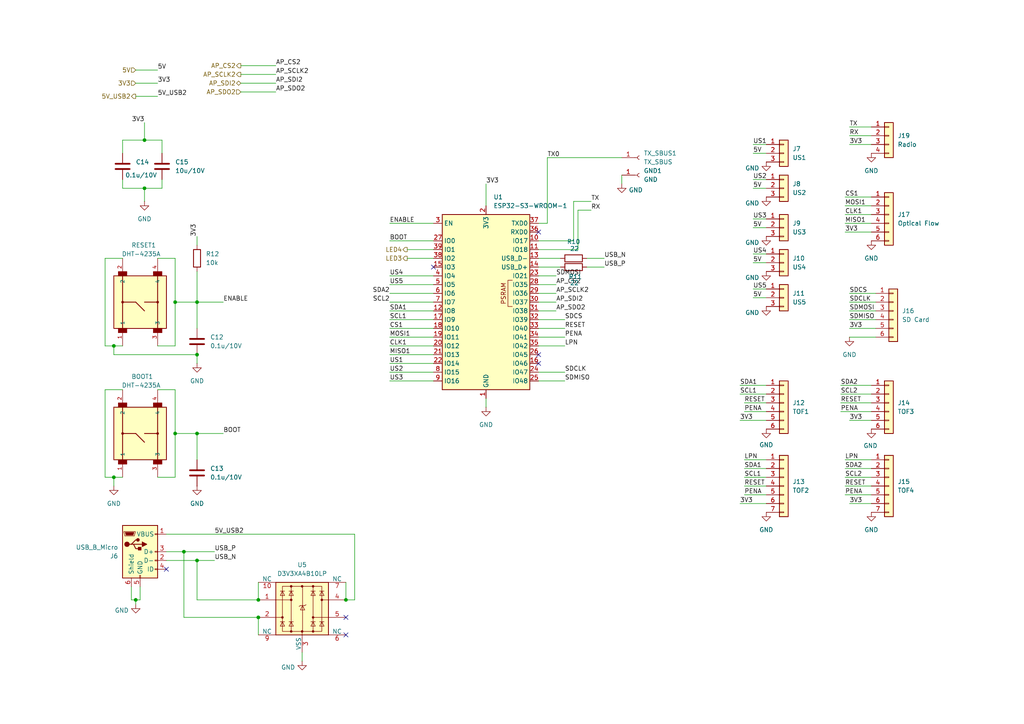
<source format=kicad_sch>
(kicad_sch (version 20250114) (generator "eeschema") (generator_version "9.0")
  (paper "A4")
  (lib_symbols
    (symbol "Connector:Conn_01x01_Socket" (pin_names (offset 1.016) (hide yes))
      (property "Reference" "J" (at 0 2.54 0))
      (property "Value" "Conn_01x01_Socket" (at 0 -2.54 0))
      (symbol "Conn_01x01_Socket_1_1"
        (polyline (pts (xy -1.27 0) (xy -0.508 0)) (stroke (width 0.1524)))
        (arc (start 0 -0.508) (mid -0.5058 0) (end 0 0.508) (stroke (width 0.1524)))
        (pin passive line (at -5.08 0 0) (length 3.81) (name "Pin_1") (number "1"))
      )
    )
    (symbol "Connector:USB_B_Micro" (pin_names (offset 1.016))
      (property "Reference" "J" (at -5.08 11.43 0))
      (property "Value" "USB_B_Micro" (at -5.08 8.89 0))
      (symbol "USB_B_Micro_0_1"
        (rectangle (start -5.08 -7.62) (end 5.08 7.62) (stroke (width 0.254)) (fill (type background)))
        (polyline (pts (xy -4.699 5.842) (xy -4.699 5.588) (xy -4.445 4.826) (xy -4.445 4.572) (xy -1.651 4.572) (xy -1.651 4.826) (xy -1.397 5.588) (xy -1.397 5.842) (xy -4.699 5.842)))
        (polyline (pts (xy -4.318 5.588) (xy -1.778 5.588) (xy -2.032 4.826) (xy -4.064 4.826) (xy -4.318 5.588)) (fill (type outline)))
        (circle (center -3.81 2.159) (radius 0.635) (stroke (width 0.254)) (fill (type outline)))
        (polyline (pts (xy -3.175 2.159) (xy -2.54 2.159) (xy -1.27 3.429) (xy -0.635 3.429)) (stroke (width 0.254)))
        (polyline (pts (xy -2.54 2.159) (xy -1.905 2.159) (xy -1.27 0.889) (xy 0 0.889)) (stroke (width 0.254)))
        (polyline (pts (xy -1.905 2.159) (xy 0.635 2.159)) (stroke (width 0.254)))
        (circle (center -0.635 3.429) (radius 0.381) (stroke (width 0.254)) (fill (type outline)))
        (rectangle (start -0.127 -7.62) (end 0.127 -6.858))
        (rectangle (start 0.254 1.27) (end -0.508 0.508) (stroke (width 0.254)) (fill (type outline)))
        (polyline (pts (xy 0.635 2.794) (xy 0.635 1.524) (xy 1.905 2.159) (xy 0.635 2.794)) (stroke (width 0.254)) (fill (type outline)))
        (rectangle (start 5.08 4.953) (end 4.318 5.207))
        (rectangle (start 5.08 -0.127) (end 4.318 0.127))
        (rectangle (start 5.08 -2.667) (end 4.318 -2.413))
        (rectangle (start 5.08 -5.207) (end 4.318 -4.953))
      )
      (symbol "USB_B_Micro_1_1"
        (pin passive line (at -2.54 -10.16 90) (length 2.54) (name "Shield") (number "6"))
        (pin power_out line (at 0 -10.16 90) (length 2.54) (name "GND") (number "5"))
        (pin power_out line (at 7.62 5.08 180) (length 2.54) (name "VBUS") (number "1"))
        (pin bidirectional line (at 7.62 0 180) (length 2.54) (name "D+") (number "3"))
        (pin bidirectional line (at 7.62 -2.54 180) (length 2.54) (name "D-") (number "2"))
        (pin passive line (at 7.62 -5.08 180) (length 2.54) (name "ID") (number "4"))
      )
    )
    (symbol "Connector_Generic:Conn_01x03" (pin_names (offset 1.016) (hide yes))
      (property "Reference" "J" (at 0 5.08 0))
      (property "Value" "Conn_01x03" (at 0 -5.08 0))
      (symbol "Conn_01x03_1_1"
        (rectangle (start -1.27 3.81) (end 1.27 -3.81) (stroke (width 0.254)) (fill (type background)))
        (rectangle (start -1.27 2.667) (end 0 2.413) (stroke (width 0.1524)))
        (rectangle (start -1.27 0.127) (end 0 -0.127) (stroke (width 0.1524)))
        (rectangle (start -1.27 -2.413) (end 0 -2.667) (stroke (width 0.1524)))
        (pin passive line (at -5.08 2.54 0) (length 3.81) (name "Pin_1") (number "1"))
        (pin passive line (at -5.08 0 0) (length 3.81) (name "Pin_2") (number "2"))
        (pin passive line (at -5.08 -2.54 0) (length 3.81) (name "Pin_3") (number "3"))
      )
    )
    (symbol "Connector_Generic:Conn_01x04" (pin_names (offset 1.016) (hide yes))
      (property "Reference" "J" (at 0 5.08 0))
      (property "Value" "Conn_01x04" (at 0 -7.62 0))
      (symbol "Conn_01x04_1_1"
        (rectangle (start -1.27 3.81) (end 1.27 -6.35) (stroke (width 0.254)) (fill (type background)))
        (rectangle (start -1.27 2.667) (end 0 2.413) (stroke (width 0.1524)))
        (rectangle (start -1.27 0.127) (end 0 -0.127) (stroke (width 0.1524)))
        (rectangle (start -1.27 -2.413) (end 0 -2.667) (stroke (width 0.1524)))
        (rectangle (start -1.27 -4.953) (end 0 -5.207) (stroke (width 0.1524)))
        (pin passive line (at -5.08 2.54 0) (length 3.81) (name "Pin_1") (number "1"))
        (pin passive line (at -5.08 0 0) (length 3.81) (name "Pin_2") (number "2"))
        (pin passive line (at -5.08 -2.54 0) (length 3.81) (name "Pin_3") (number "3"))
        (pin passive line (at -5.08 -5.08 0) (length 3.81) (name "Pin_4") (number "4"))
      )
    )
    (symbol "Connector_Generic:Conn_01x06" (pin_names (offset 1.016) (hide yes))
      (property "Reference" "J" (at 0 7.62 0))
      (property "Value" "Conn_01x06" (at 0 -10.16 0))
      (symbol "Conn_01x06_1_1"
        (rectangle (start -1.27 6.35) (end 1.27 -8.89) (stroke (width 0.254)) (fill (type background)))
        (rectangle (start -1.27 5.207) (end 0 4.953) (stroke (width 0.1524)))
        (rectangle (start -1.27 2.667) (end 0 2.413) (stroke (width 0.1524)))
        (rectangle (start -1.27 0.127) (end 0 -0.127) (stroke (width 0.1524)))
        (rectangle (start -1.27 -2.413) (end 0 -2.667) (stroke (width 0.1524)))
        (rectangle (start -1.27 -4.953) (end 0 -5.207) (stroke (width 0.1524)))
        (rectangle (start -1.27 -7.493) (end 0 -7.747) (stroke (width 0.1524)))
        (pin passive line (at -5.08 5.08 0) (length 3.81) (name "Pin_1") (number "1"))
        (pin passive line (at -5.08 2.54 0) (length 3.81) (name "Pin_2") (number "2"))
        (pin passive line (at -5.08 0 0) (length 3.81) (name "Pin_3") (number "3"))
        (pin passive line (at -5.08 -2.54 0) (length 3.81) (name "Pin_4") (number "4"))
        (pin passive line (at -5.08 -5.08 0) (length 3.81) (name "Pin_5") (number "5"))
        (pin passive line (at -5.08 -7.62 0) (length 3.81) (name "Pin_6") (number "6"))
      )
    )
    (symbol "Connector_Generic:Conn_01x07" (pin_names (offset 1.016) (hide yes))
      (property "Reference" "J" (at 0 10.16 0))
      (property "Value" "Conn_01x07" (at 0 -10.16 0))
      (symbol "Conn_01x07_1_1"
        (rectangle (start -1.27 8.89) (end 1.27 -8.89) (stroke (width 0.254)) (fill (type background)))
        (rectangle (start -1.27 7.747) (end 0 7.493) (stroke (width 0.1524)))
        (rectangle (start -1.27 5.207) (end 0 4.953) (stroke (width 0.1524)))
        (rectangle (start -1.27 2.667) (end 0 2.413) (stroke (width 0.1524)))
        (rectangle (start -1.27 0.127) (end 0 -0.127) (stroke (width 0.1524)))
        (rectangle (start -1.27 -2.413) (end 0 -2.667) (stroke (width 0.1524)))
        (rectangle (start -1.27 -4.953) (end 0 -5.207) (stroke (width 0.1524)))
        (rectangle (start -1.27 -7.493) (end 0 -7.747) (stroke (width 0.1524)))
        (pin passive line (at -5.08 7.62 0) (length 3.81) (name "Pin_1") (number "1"))
        (pin passive line (at -5.08 5.08 0) (length 3.81) (name "Pin_2") (number "2"))
        (pin passive line (at -5.08 2.54 0) (length 3.81) (name "Pin_3") (number "3"))
        (pin passive line (at -5.08 0 0) (length 3.81) (name "Pin_4") (number "4"))
        (pin passive line (at -5.08 -2.54 0) (length 3.81) (name "Pin_5") (number "5"))
        (pin passive line (at -5.08 -5.08 0) (length 3.81) (name "Pin_6") (number "6"))
        (pin passive line (at -5.08 -7.62 0) (length 3.81) (name "Pin_7") (number "7"))
      )
    )
    (symbol "Customs:DHT-4235A" (pin_names (offset 1.016))
      (property "Reference" "S" (at -7.6222 7.6222 0))
      (property "Value" "DHT-4235A" (at -4.572 -9.652 0))
      (symbol "DHT-4235A_0_0"
        (rectangle (start -8.9065 3.8171) (end -7.62 6.35) (stroke (width 0.1)) (fill (type outline)))
        (rectangle (start -8.9051 -6.3608) (end -7.62 -3.81) (stroke (width 0.1)) (fill (type outline)))
        (rectangle (start -7.62 -7.62) (end 7.62 7.62) (stroke (width 0.254)) (fill (type background)))
        (circle (center 0 5.08) (radius 0.254) (stroke (width 0.254)))
        (polyline (pts (xy 0 5.08) (xy -7.62 5.08)) (stroke (width 0.254)))
        (polyline (pts (xy 0 5.08) (xy 0 1.27)) (stroke (width 0.254)))
        (polyline (pts (xy 0 1.27) (xy -2.54 -1.27)) (stroke (width 0.254)))
        (polyline (pts (xy 0 -5.08) (xy -7.62 -5.08)) (stroke (width 0.254)))
        (polyline (pts (xy 0 -5.08) (xy 0 -1.27)) (stroke (width 0.254)))
        (circle (center 0 -5.08) (radius 0.254) (stroke (width 0.254)))
        (polyline (pts (xy 7.62 5.08) (xy 0 5.08)) (stroke (width 0.254)))
        (polyline (pts (xy 7.62 -5.08) (xy 0 -5.08)) (stroke (width 0.254)))
        (rectangle (start 7.6258 3.8129) (end 8.89 6.35) (stroke (width 0.1)) (fill (type outline)))
        (rectangle (start 7.6263 -6.3553) (end 8.89 -3.81) (stroke (width 0.1)) (fill (type outline)))
        (pin passive line (at -12.7 5.08 0) (length 5.08) (name "1") (number "1"))
        (pin passive line (at -12.7 -5.08 0) (length 5.08) (name "3") (number "3"))
        (pin passive line (at 12.7 5.08 180) (length 5.08) (name "2") (number "2"))
        (pin passive line (at 12.7 -5.08 180) (length 5.08) (name "4") (number "4"))
      )
    )
    (symbol "Device:C" (pin_numbers (hide yes)) (pin_names (offset 0.254))
      (property "Reference" "C" (at 0.635 2.54 0))
      (property "Value" "C" (at 0.635 -2.54 0))
      (symbol "C_0_1"
        (polyline (pts (xy -2.032 0.762) (xy 2.032 0.762)) (stroke (width 0.508)))
        (polyline (pts (xy -2.032 -0.762) (xy 2.032 -0.762)) (stroke (width 0.508)))
      )
      (symbol "C_1_1"
        (pin passive line (at 0 3.81 270) (length 2.794) (name "~") (number "1"))
        (pin passive line (at 0 -3.81 90) (length 2.794) (name "~") (number "2"))
      )
    )
    (symbol "Device:R" (pin_numbers (hide yes)) (pin_names (offset 0))
      (property "Reference" "R" (at 2.032 0 90))
      (property "Value" "R" (at 0 0 90))
      (symbol "R_0_1"
        (rectangle (start -1.016 -2.54) (end 1.016 2.54) (stroke (width 0.254)))
      )
      (symbol "R_1_1"
        (pin passive line (at 0 3.81 270) (length 1.27) (name "~") (number "1"))
        (pin passive line (at 0 -3.81 90) (length 1.27) (name "~") (number "2"))
      )
    )
    (symbol "Power_Protection:D3V3XA4B10LP" (pin_names (offset 0))
      (property "Reference" "U" (at -0.635 8.89 0))
      (property "Value" "D3V3XA4B10LP" (at 8.89 -10.16 0))
      (symbol "D3V3XA4B10LP_0_0"
        (rectangle (start -5.715 6.477) (end 5.715 -6.604))
        (polyline (pts (xy -3.175 -6.604) (xy -3.175 6.477)))
        (polyline (pts (xy 0.127 6.477) (xy 0.127 -6.604)))
        (polyline (pts (xy 3.175 6.477) (xy 3.175 -6.604)))
      )
      (symbol "D3V3XA4B10LP_0_1"
        (polyline (pts (xy -7.747 2.54) (xy -3.175 2.54)))
        (rectangle (start -7.62 7.62) (end 7.62 -7.62) (stroke (width 0.254)) (fill (type background)))
        (polyline (pts (xy -7.62 -2.54) (xy -5.715 -2.54)))
        (circle (center -5.715 -2.54) (radius 0.2794) (fill (type outline)))
        (polyline (pts (xy -5.08 5.08) (xy -6.35 5.08)))
        (polyline (pts (xy -5.08 3.81) (xy -6.35 3.81) (xy -5.715 5.08) (xy -5.08 3.81)))
        (polyline (pts (xy -5.08 -3.81) (xy -6.35 -3.81)))
        (polyline (pts (xy -5.08 -5.08) (xy -6.35 -5.08) (xy -5.715 -3.81) (xy -5.08 -5.08)))
        (circle (center -3.175 6.477) (radius 0.2794) (fill (type outline)))
        (circle (center -3.175 2.54) (radius 0.2794) (fill (type outline)))
        (circle (center -3.175 -6.604) (radius 0.2794) (fill (type outline)))
        (polyline (pts (xy -2.54 5.08) (xy -3.81 5.08)))
        (polyline (pts (xy -2.54 3.81) (xy -3.81 3.81) (xy -3.175 5.08) (xy -2.54 3.81)))
        (polyline (pts (xy -2.54 -3.81) (xy -3.81 -3.81)))
        (polyline (pts (xy -2.54 -5.08) (xy -3.81 -5.08) (xy -3.175 -3.81) (xy -2.54 -5.08)))
        (polyline (pts (xy -0.508 0.889) (xy -0.889 0.635)))
        (circle (center 0 6.477) (radius 0.2794) (fill (type outline)))
        (polyline (pts (xy 0 -6.604) (xy 0 -7.62)))
        (circle (center 0 -6.604) (radius 0.2794) (fill (type outline)))
        (polyline (pts (xy 0.762 0.889) (xy -0.508 0.889)))
        (polyline (pts (xy 0.762 0.889) (xy 1.143 1.143)))
        (polyline (pts (xy 0.762 -0.381) (xy -0.508 -0.381) (xy 0.127 0.889) (xy 0.762 -0.381)))
        (circle (center 3.175 6.477) (radius 0.2794) (fill (type outline)))
        (circle (center 3.175 -2.54) (radius 0.2794) (fill (type outline)))
        (circle (center 3.175 -6.604) (radius 0.2794) (fill (type outline)))
        (polyline (pts (xy 3.81 5.08) (xy 2.54 5.08)))
        (polyline (pts (xy 3.81 3.81) (xy 2.54 3.81) (xy 3.175 5.08) (xy 3.81 3.81)))
        (polyline (pts (xy 3.81 -3.81) (xy 2.54 -3.81)))
        (polyline (pts (xy 3.81 -5.08) (xy 2.54 -5.08) (xy 3.175 -3.81) (xy 3.81 -5.08)))
        (circle (center 5.715 2.54) (radius 0.2794) (fill (type outline)))
        (polyline (pts (xy 6.35 5.08) (xy 5.08 5.08)))
        (polyline (pts (xy 6.35 3.81) (xy 5.08 3.81) (xy 5.715 5.08) (xy 6.35 3.81)))
        (polyline (pts (xy 6.35 -3.81) (xy 5.08 -3.81)))
        (polyline (pts (xy 6.35 -5.08) (xy 5.08 -5.08) (xy 5.715 -3.81) (xy 6.35 -5.08)))
        (polyline (pts (xy 7.62 2.54) (xy 5.715 2.54)))
        (polyline (pts (xy 7.62 -2.54) (xy 3.175 -2.54)))
      )
      (symbol "D3V3XA4B10LP_1_1"
        (pin free line (at -12.7 7.62 0) (length 5.08) (name "NC") (number "10"))
        (pin passive line (at -12.7 2.54 0) (length 5.08) (name "~") (number "1"))
        (pin passive line (at -12.7 -2.54 0) (length 5.08) (name "~") (number "2"))
        (pin free line (at -12.7 -7.62 0) (length 5.08) (name "NC") (number "9"))
        (pin power_in line (at 0 -12.7 90) (length 5.08) (name "VSS") (number "3"))
        (pin passive line (at 0 -12.7 90) (length 5.08) (hide yes) (name "VSS") (number "8"))
        (pin free line (at 12.7 7.62 180) (length 5.08) (name "NC") (number "7"))
        (pin passive line (at 12.7 2.54 180) (length 5.08) (name "~") (number "4"))
        (pin passive line (at 12.7 -2.54 180) (length 5.08) (name "~") (number "5"))
        (pin free line (at 12.7 -7.62 180) (length 5.08) (name "NC") (number "6"))
      )
    )
    (symbol "RF_Module:ESP32-S3-WROOM-1"
      (property "Reference" "U" (at -12.7 26.67 0))
      (property "Value" "ESP32-S3-WROOM-1" (at 12.7 26.67 0))
      (symbol "ESP32-S3-WROOM-1_0_0"
        (rectangle (start -12.7 25.4) (end 12.7 -25.4) (stroke (width 0.254)) (fill (type background)))
        (text "PSRAM" (at 5.08 2.54 900) (effects (font (size 1.27 1.27))))
      )
      (symbol "ESP32-S3-WROOM-1_0_1"
        (polyline (pts (xy 7.62 -1.27) (xy 6.35 -1.27) (xy 6.35 6.35) (xy 7.62 6.35)))
      )
      (symbol "ESP32-S3-WROOM-1_1_1"
        (pin input line (at -15.24 22.86 0) (length 2.54) (name "EN") (number "3"))
        (pin bidirectional line (at -15.24 17.78 0) (length 2.54) (name "IO0") (number "27"))
        (pin bidirectional line (at -15.24 15.24 0) (length 2.54) (name "IO1") (number "39"))
        (pin bidirectional line (at -15.24 12.7 0) (length 2.54) (name "IO2") (number "38"))
        (pin bidirectional line (at -15.24 10.16 0) (length 2.54) (name "IO3") (number "15"))
        (pin bidirectional line (at -15.24 7.62 0) (length 2.54) (name "IO4") (number "4"))
        (pin bidirectional line (at -15.24 5.08 0) (length 2.54) (name "IO5") (number "5"))
        (pin bidirectional line (at -15.24 2.54 0) (length 2.54) (name "IO6") (number "6"))
        (pin bidirectional line (at -15.24 0 0) (length 2.54) (name "IO7") (number "7"))
        (pin bidirectional line (at -15.24 -2.54 0) (length 2.54) (name "IO8") (number "12"))
        (pin bidirectional line (at -15.24 -5.08 0) (length 2.54) (name "IO9") (number "17"))
        (pin bidirectional line (at -15.24 -7.62 0) (length 2.54) (name "IO10") (number "18"))
        (pin bidirectional line (at -15.24 -10.16 0) (length 2.54) (name "IO11") (number "19"))
        (pin bidirectional line (at -15.24 -12.7 0) (length 2.54) (name "IO12") (number "20"))
        (pin bidirectional line (at -15.24 -15.24 0) (length 2.54) (name "IO13") (number "21"))
        (pin bidirectional line (at -15.24 -17.78 0) (length 2.54) (name "IO14") (number "22"))
        (pin bidirectional line (at -15.24 -20.32 0) (length 2.54) (name "IO15") (number "8"))
        (pin bidirectional line (at -15.24 -22.86 0) (length 2.54) (name "IO16") (number "9"))
        (pin power_in line (at 0 27.94 270) (length 2.54) (name "3V3") (number "2"))
        (pin power_in line (at 0 -27.94 90) (length 2.54) (name "GND") (number "1"))
        (pin passive line (at 0 -27.94 90) (length 2.54) (hide yes) (name "GND") (number "40"))
        (pin passive line (at 0 -27.94 90) (length 2.54) (hide yes) (name "GND") (number "41"))
        (pin bidirectional line (at 15.24 22.86 180) (length 2.54) (name "TXD0") (number "37"))
        (pin bidirectional line (at 15.24 20.32 180) (length 2.54) (name "RXD0") (number "36"))
        (pin bidirectional line (at 15.24 17.78 180) (length 2.54) (name "IO17") (number "10"))
        (pin bidirectional line (at 15.24 15.24 180) (length 2.54) (name "IO18") (number "11"))
        (pin bidirectional line (at 15.24 12.7 180) (length 2.54) (name "USB_D-") (number "13"))
        (pin bidirectional line (at 15.24 10.16 180) (length 2.54) (name "USB_D+") (number "14"))
        (pin bidirectional line (at 15.24 7.62 180) (length 2.54) (name "IO21") (number "23"))
        (pin bidirectional line (at 15.24 5.08 180) (length 2.54) (name "IO35") (number "28"))
        (pin bidirectional line (at 15.24 2.54 180) (length 2.54) (name "IO36") (number "29"))
        (pin bidirectional line (at 15.24 0 180) (length 2.54) (name "IO37") (number "30"))
        (pin bidirectional line (at 15.24 -2.54 180) (length 2.54) (name "IO38") (number "31"))
        (pin bidirectional line (at 15.24 -5.08 180) (length 2.54) (name "IO39") (number "32"))
        (pin bidirectional line (at 15.24 -7.62 180) (length 2.54) (name "IO40") (number "33"))
        (pin bidirectional line (at 15.24 -10.16 180) (length 2.54) (name "IO41") (number "34"))
        (pin bidirectional line (at 15.24 -12.7 180) (length 2.54) (name "IO42") (number "35"))
        (pin bidirectional line (at 15.24 -15.24 180) (length 2.54) (name "IO45") (number "26"))
        (pin bidirectional line (at 15.24 -17.78 180) (length 2.54) (name "IO46") (number "16"))
        (pin bidirectional line (at 15.24 -20.32 180) (length 2.54) (name "IO47") (number "24"))
        (pin bidirectional line (at 15.24 -22.86 180) (length 2.54) (name "IO48") (number "25"))
      )
    )
    (symbol "power:GND" (power) (pin_numbers (hide yes)) (pin_names (offset 0) (hide yes))
      (property "Value" "GND" (at 0 -3.81 0))
      (symbol "GND_0_1"
        (polyline (pts (xy 0 0) (xy 0 -1.27) (xy 1.27 -1.27) (xy 0 -2.54) (xy -1.27 -1.27) (xy 0 -1.27)))
      )
      (symbol "GND_1_1"
        (pin power_in line (at 0 0 270) (length 0) (name "~") (number "1"))
      )
    )
  )
  (junction (at 57.15 125.73))
  (junction (at 50.8 125.73))
  (junction (at 33.02 138.43))
  (junction (at 74.93 179.07))
  (junction (at 53.34 160.02))
  (junction (at 57.15 162.56))
  (junction (at 100.33 173.99))
  (junction (at 57.15 87.63))
  (junction (at 39.37 173.99))
  (junction (at 50.8 87.63))
  (junction (at 74.93 173.99))
  (junction (at 33.02 100.33))
  (junction (at 57.15 102.87))
  (junction (at 41.91 54.61))
  (junction (at 41.91 40.64))
  (no_connect (at 100.33 184.15))
  (no_connect (at 100.33 179.07))
  (no_connect (at 156.21 102.87))
  (no_connect (at 48.26 165.1))
  (no_connect (at 125.73 77.47))
  (no_connect (at 156.21 67.31))
  (no_connect (at 156.21 105.41))
  (wire (pts (xy 74.93 179.07) (xy 74.93 184.15)))
  (wire (pts (xy 45.72 74.93) (xy 50.8 74.93)))
  (wire (pts (xy 170.18 77.47) (xy 175.26 77.47)))
  (wire (pts (xy 246.38 90.17) (xy 254 90.17)))
  (wire (pts (xy 53.34 179.07) (xy 74.93 179.07)))
  (wire (pts (xy 158.75 45.72) (xy 180.34 45.72)))
  (wire (pts (xy 246.38 92.71) (xy 254 92.71)))
  (wire (pts (xy 166.37 69.85) (xy 166.37 58.42)))
  (wire (pts (xy 48.26 160.02) (xy 53.34 160.02)))
  (wire (pts (xy 57.15 68.58) (xy 57.15 71.12)))
  (wire (pts (xy 243.84 111.76) (xy 252.73 111.76)))
  (wire (pts (xy 50.8 87.63) (xy 57.15 87.63)))
  (wire (pts (xy 245.11 59.69) (xy 252.73 59.69)))
  (wire (pts (xy 156.21 107.95) (xy 163.83 107.95)))
  (wire (pts (xy 214.63 111.76) (xy 222.25 111.76)))
  (wire (pts (xy 113.03 80.01) (xy 125.73 80.01)))
  (wire (pts (xy 245.11 62.23) (xy 252.73 62.23)))
  (wire (pts (xy 158.75 45.72) (xy 158.75 64.77)))
  (wire (pts (xy 170.18 74.93) (xy 175.26 74.93)))
  (wire (pts (xy 69.85 19.05) (xy 80.01 19.05)))
  (wire (pts (xy 167.64 60.96) (xy 171.45 60.96)))
  (wire (pts (xy 39.37 24.13) (xy 45.72 24.13)))
  (wire (pts (xy 39.37 173.99) (xy 39.37 175.26)))
  (wire (pts (xy 218.44 76.2) (xy 222.25 76.2)))
  (wire (pts (xy 140.97 118.11) (xy 140.97 115.57)))
  (wire (pts (xy 45.72 113.03) (xy 50.8 113.03)))
  (wire (pts (xy 245.11 140.97) (xy 252.73 140.97)))
  (wire (pts (xy 158.75 64.77) (xy 156.21 64.77)))
  (wire (pts (xy 69.85 21.59) (xy 80.01 21.59)))
  (wire (pts (xy 30.48 113.03) (xy 30.48 138.43)))
  (wire (pts (xy 156.21 97.79) (xy 163.83 97.79)))
  (wire (pts (xy 46.99 44.45) (xy 46.99 40.64)))
  (wire (pts (xy 41.91 54.61) (xy 41.91 58.42)))
  (wire (pts (xy 156.21 95.25) (xy 163.83 95.25)))
  (wire (pts (xy 30.48 138.43) (xy 33.02 138.43)))
  (wire (pts (xy 243.84 119.38) (xy 252.73 119.38)))
  (wire (pts (xy 33.02 100.33) (xy 35.56 100.33)))
  (wire (pts (xy 245.11 143.51) (xy 252.73 143.51)))
  (wire (pts (xy 57.15 87.63) (xy 57.15 95.25)))
  (wire (pts (xy 218.44 66.04) (xy 222.25 66.04)))
  (wire (pts (xy 113.03 110.49) (xy 125.73 110.49)))
  (wire (pts (xy 41.91 35.56) (xy 41.91 40.64)))
  (wire (pts (xy 57.15 125.73) (xy 57.15 133.35)))
  (wire (pts (xy 57.15 102.87) (xy 57.15 105.41)))
  (wire (pts (xy 156.21 85.09) (xy 161.29 85.09)))
  (wire (pts (xy 113.03 82.55) (xy 125.73 82.55)))
  (wire (pts (xy 69.85 24.13) (xy 80.01 24.13)))
  (wire (pts (xy 215.9 143.51) (xy 222.25 143.51)))
  (wire (pts (xy 33.02 138.43) (xy 35.56 138.43)))
  (wire (pts (xy 156.21 77.47) (xy 162.56 77.47)))
  (wire (pts (xy 246.38 41.91) (xy 252.73 41.91)))
  (wire (pts (xy 246.38 36.83) (xy 252.73 36.83)))
  (wire (pts (xy 243.84 116.84) (xy 252.73 116.84)))
  (wire (pts (xy 57.15 162.56) (xy 62.23 162.56)))
  (wire (pts (xy 102.87 154.94) (xy 102.87 173.99)))
  (wire (pts (xy 50.8 125.73) (xy 50.8 138.43)))
  (wire (pts (xy 218.44 54.61) (xy 222.25 54.61)))
  (wire (pts (xy 46.99 54.61) (xy 46.99 52.07)))
  (wire (pts (xy 39.37 20.32) (xy 45.72 20.32)))
  (wire (pts (xy 39.37 27.94) (xy 45.72 27.94)))
  (wire (pts (xy 214.63 146.05) (xy 222.25 146.05)))
  (wire (pts (xy 87.63 189.23) (xy 87.63 191.77)))
  (wire (pts (xy 215.9 119.38) (xy 222.25 119.38)))
  (wire (pts (xy 245.11 67.31) (xy 252.73 67.31)))
  (wire (pts (xy 48.26 162.56) (xy 57.15 162.56)))
  (wire (pts (xy 156.21 100.33) (xy 163.83 100.33)))
  (wire (pts (xy 218.44 63.5) (xy 222.25 63.5)))
  (wire (pts (xy 218.44 44.45) (xy 222.25 44.45)))
  (wire (pts (xy 246.38 146.05) (xy 252.73 146.05)))
  (wire (pts (xy 246.38 39.37) (xy 252.73 39.37)))
  (wire (pts (xy 48.26 154.94) (xy 102.87 154.94)))
  (wire (pts (xy 113.03 69.85) (xy 125.73 69.85)))
  (wire (pts (xy 118.11 74.93) (xy 125.73 74.93)))
  (wire (pts (xy 215.9 135.89) (xy 222.25 135.89)))
  (wire (pts (xy 118.11 72.39) (xy 125.73 72.39)))
  (wire (pts (xy 35.56 74.93) (xy 30.48 74.93)))
  (wire (pts (xy 35.56 52.07) (xy 35.56 54.61)))
  (wire (pts (xy 156.21 87.63) (xy 161.29 87.63)))
  (wire (pts (xy 100.33 168.91) (xy 100.33 173.99)))
  (wire (pts (xy 218.44 73.66) (xy 222.25 73.66)))
  (wire (pts (xy 246.38 95.25) (xy 254 95.25)))
  (wire (pts (xy 40.64 170.18) (xy 40.64 173.99)))
  (wire (pts (xy 113.03 90.17) (xy 125.73 90.17)))
  (wire (pts (xy 180.34 50.8) (xy 180.34 53.34)))
  (wire (pts (xy 156.21 92.71) (xy 163.83 92.71)))
  (wire (pts (xy 30.48 74.93) (xy 30.48 100.33)))
  (wire (pts (xy 113.03 100.33) (xy 125.73 100.33)))
  (wire (pts (xy 218.44 86.36) (xy 222.25 86.36)))
  (wire (pts (xy 243.84 114.3) (xy 252.73 114.3)))
  (wire (pts (xy 74.93 168.91) (xy 74.93 173.99)))
  (wire (pts (xy 41.91 40.64) (xy 46.99 40.64)))
  (wire (pts (xy 53.34 160.02) (xy 62.23 160.02)))
  (wire (pts (xy 113.03 102.87) (xy 125.73 102.87)))
  (wire (pts (xy 156.21 82.55) (xy 161.29 82.55)))
  (wire (pts (xy 245.11 138.43) (xy 252.73 138.43)))
  (wire (pts (xy 245.11 133.35) (xy 252.73 133.35)))
  (wire (pts (xy 113.03 64.77) (xy 125.73 64.77)))
  (wire (pts (xy 113.03 107.95) (xy 125.73 107.95)))
  (wire (pts (xy 166.37 58.42) (xy 171.45 58.42)))
  (wire (pts (xy 39.37 173.99) (xy 40.64 173.99)))
  (wire (pts (xy 35.56 54.61) (xy 41.91 54.61)))
  (wire (pts (xy 102.87 173.99) (xy 100.33 173.99)))
  (wire (pts (xy 156.21 74.93) (xy 162.56 74.93)))
  (wire (pts (xy 246.38 97.79) (xy 254 97.79)))
  (wire (pts (xy 30.48 100.33) (xy 33.02 100.33)))
  (wire (pts (xy 45.72 138.43) (xy 50.8 138.43)))
  (wire (pts (xy 35.56 40.64) (xy 41.91 40.64)))
  (wire (pts (xy 50.8 113.03) (xy 50.8 125.73)))
  (wire (pts (xy 214.63 114.3) (xy 222.25 114.3)))
  (wire (pts (xy 57.15 87.63) (xy 64.77 87.63)))
  (wire (pts (xy 140.97 53.34) (xy 140.97 59.69)))
  (wire (pts (xy 167.64 72.39) (xy 167.64 60.96)))
  (wire (pts (xy 156.21 69.85) (xy 166.37 69.85)))
  (wire (pts (xy 35.56 40.64) (xy 35.56 44.45)))
  (wire (pts (xy 156.21 90.17) (xy 161.29 90.17)))
  (wire (pts (xy 246.38 87.63) (xy 254 87.63)))
  (wire (pts (xy 57.15 125.73) (xy 64.77 125.73)))
  (wire (pts (xy 35.56 113.03) (xy 30.48 113.03)))
  (wire (pts (xy 246.38 85.09) (xy 254 85.09)))
  (wire (pts (xy 156.21 110.49) (xy 163.83 110.49)))
  (wire (pts (xy 156.21 80.01) (xy 161.29 80.01)))
  (wire (pts (xy 245.11 135.89) (xy 252.73 135.89)))
  (wire (pts (xy 57.15 78.74) (xy 57.15 87.63)))
  (wire (pts (xy 215.9 138.43) (xy 222.25 138.43)))
  (wire (pts (xy 214.63 121.92) (xy 222.25 121.92)))
  (wire (pts (xy 113.03 85.09) (xy 125.73 85.09)))
  (wire (pts (xy 53.34 160.02) (xy 53.34 179.07)))
  (wire (pts (xy 215.9 116.84) (xy 222.25 116.84)))
  (wire (pts (xy 50.8 125.73) (xy 57.15 125.73)))
  (wire (pts (xy 41.91 54.61) (xy 46.99 54.61)))
  (wire (pts (xy 218.44 52.07) (xy 222.25 52.07)))
  (wire (pts (xy 74.93 173.99) (xy 57.15 173.99)))
  (wire (pts (xy 33.02 138.43) (xy 33.02 140.97)))
  (wire (pts (xy 215.9 133.35) (xy 222.25 133.35)))
  (wire (pts (xy 38.1 170.18) (xy 38.1 173.99)))
  (wire (pts (xy 245.11 57.15) (xy 252.73 57.15)))
  (wire (pts (xy 215.9 140.97) (xy 222.25 140.97)))
  (wire (pts (xy 113.03 95.25) (xy 125.73 95.25)))
  (wire (pts (xy 113.03 97.79) (xy 125.73 97.79)))
  (wire (pts (xy 33.02 102.87) (xy 57.15 102.87)))
  (wire (pts (xy 246.38 121.92) (xy 252.73 121.92)))
  (wire (pts (xy 69.85 26.67) (xy 80.01 26.67)))
  (wire (pts (xy 45.72 100.33) (xy 50.8 100.33)))
  (wire (pts (xy 50.8 74.93) (xy 50.8 87.63)))
  (wire (pts (xy 113.03 92.71) (xy 125.73 92.71)))
  (wire (pts (xy 33.02 100.33) (xy 33.02 102.87)))
  (wire (pts (xy 113.03 87.63) (xy 125.73 87.63)))
  (wire (pts (xy 218.44 83.82) (xy 222.25 83.82)))
  (wire (pts (xy 245.11 64.77) (xy 252.73 64.77)))
  (wire (pts (xy 218.44 41.91) (xy 222.25 41.91)))
  (wire (pts (xy 57.15 173.99) (xy 57.15 162.56)))
  (wire (pts (xy 113.03 105.41) (xy 125.73 105.41)))
  (wire (pts (xy 38.1 173.99) (xy 39.37 173.99)))
  (wire (pts (xy 156.21 72.39) (xy 167.64 72.39)))
  (wire (pts (xy 50.8 87.63) (xy 50.8 100.33)))
  (label "AP_CS2" (at 80.01 19.05 0))
  (label "AP_SCLK2" (at 80.01 21.59 0))
  (label "AP_SDI2" (at 80.01 24.13 0))
  (label "AP_SDO2" (at 80.01 26.67 0))
  (label "3V3" (at 246.38 121.92 0))
  (label "3V3" (at 214.63 121.92 0))
  (label "US1" (at 218.44 41.91 0))
  (label "5V" (at 218.44 66.04 0))
  (label "3V3" (at 45.72 24.13 0))
  (label "BOOT" (at 113.03 69.85 0))
  (label "SDCLK" (at 163.83 107.95 0))
  (label "MOSI1" (at 113.03 97.79 0))
  (label "MISO1" (at 113.03 102.87 0))
  (label "CLK1" (at 113.03 100.33 0))
  (label "CS1" (at 113.03 95.25 0))
  (label "SDA2" (at 113.03 85.09 180))
  (label "US5" (at 218.44 83.82 0))
  (label "SDCS" (at 163.83 92.71 0))
  (label "5V" (at 218.44 76.2 0))
  (label "5V" (at 218.44 44.45 0))
  (label "SDMISO" (at 163.83 110.49 0))
  (label "SDA1" (at 113.03 90.17 0))
  (label "US3" (at 113.03 110.49 0))
  (label "ENABLE" (at 64.77 87.63 0))
  (label "SCL1" (at 214.63 114.3 0))
  (label "AP_SDI2" (at 161.29 87.63 0))
  (label "US5" (at 113.03 82.55 0))
  (label "AP_CS2" (at 161.29 82.55 0))
  (label "3V3" (at 246.38 95.25 0))
  (label "SCL2" (at 243.84 114.3 0))
  (label "USB_N" (at 62.23 162.56 0))
  (label "SDCS" (at 246.38 85.09 0))
  (label "3V3" (at 57.15 68.58 90))
  (label "USB_P" (at 62.23 160.02 0))
  (label "BOOT" (at 64.77 125.73 0))
  (label "SDCLK" (at 246.38 87.63 0))
  (label "3V3" (at 41.91 35.56 180))
  (label "3V3" (at 245.11 67.31 0))
  (label "RESET" (at 245.11 140.97 0))
  (label "RESET" (at 243.84 116.84 0))
  (label "RESET" (at 215.9 116.84 0))
  (label "RESET" (at 215.9 140.97 0))
  (label "AP_SDO2" (at 161.29 90.17 0))
  (label "MISO1" (at 245.11 64.77 0))
  (label "5V" (at 45.72 20.32 0))
  (label "SDMOSI" (at 161.29 80.01 0))
  (label "TX" (at 171.45 58.42 0))
  (label "SDA2" (at 245.11 135.89 0))
  (label "US3" (at 218.44 63.5 0))
  (label "USB_N" (at 175.26 74.93 0))
  (label "SDA1" (at 214.63 111.76 0))
  (label "3V3" (at 246.38 41.91 0))
  (label "TX" (at 246.38 36.83 0))
  (label "RX" (at 246.38 39.37 0))
  (label "US4" (at 218.44 73.66 0))
  (label "3V3" (at 140.97 53.34 0))
  (label "SDA1" (at 215.9 135.89 0))
  (label "AP_SCLK2" (at 161.29 85.09 0))
  (label "TX0" (at 158.75 45.72 0))
  (label "SCL1" (at 215.9 138.43 0))
  (label "5V" (at 218.44 54.61 0))
  (label "SCL2" (at 113.03 87.63 180))
  (label "LPN" (at 163.83 100.33 0))
  (label "CLK1" (at 245.11 62.23 0))
  (label "US1" (at 113.03 105.41 0))
  (label "US4" (at 113.03 80.01 0))
  (label "5V" (at 218.44 86.36 0))
  (label "US2" (at 113.03 107.95 0))
  (label "SDA2" (at 243.84 111.76 0))
  (label "3V3" (at 246.38 146.05 0))
  (label "SDMISO" (at 246.38 92.71 0))
  (label "3V3" (at 214.63 146.05 0))
  (label "SCL2" (at 245.11 138.43 0))
  (label "RESET" (at 163.83 95.25 0))
  (label "5V_USB2" (at 62.23 154.94 0))
  (label "SCL1" (at 113.03 92.71 0))
  (label "LPN" (at 245.11 133.35 0))
  (label "LPN" (at 215.9 133.35 0))
  (label "PENA" (at 163.83 97.79 0))
  (label "US2" (at 218.44 52.07 0))
  (label "ENABLE" (at 113.03 64.77 0))
  (label "CS1" (at 245.11 57.15 0))
  (label "5V_USB2" (at 45.72 27.94 0))
  (label "RX" (at 171.45 60.96 0))
  (label "PENA" (at 245.11 143.51 0))
  (label "PENA" (at 243.84 119.38 0))
  (label "PENA" (at 215.9 119.38 0))
  (label "PENA" (at 215.9 143.51 0))
  (label "SDMOSI" (at 246.38 90.17 0))
  (label "USB_P" (at 175.26 77.47 0))
  (label "MOSI1" (at 245.11 59.69 0))
  (hierarchical_label "AP_SDO2" (shape input) (at 69.85 26.67 180))
  (hierarchical_label "5V" (shape input) (at 39.37 20.32 180))
  (hierarchical_label "AP_SDI2" (shape bidirectional) (at 69.85 24.13 180))
  (hierarchical_label "3V3" (shape input) (at 39.37 24.13 180))
  (hierarchical_label "5V_USB2" (shape output) (at 39.37 27.94 180))
  (hierarchical_label "LED4" (shape output) (at 118.11 72.39 180))
  (hierarchical_label "LED3" (shape output) (at 118.11 74.93 180))
  (hierarchical_label "AP_SCLK2" (shape output) (at 69.85 21.59 180))
  (hierarchical_label "AP_CS2" (shape output) (at 69.85 19.05 180))
  (symbol (lib_id "power:GND") (at 222.25 57.15 0) (unit 1)
    (property "Reference" "#PWR024" (effects (hide yes)))
    (property "Value" "GND" (at 218.186 58.928 0))
    (property "Description" "Power symbol creates a global label with name \"GND\" , ground" (effects (hide yes)))
  )
  (symbol (lib_id "Connector_Generic:Conn_01x04") (at 257.81 39.37 0) (unit 1)
    (property "Reference" "J19" (at 260.35 39.3699 0) (effects (justify left)))
    (property "Value" "Radio" (at 260.35 41.9099 0) (effects (justify left)))
    (property "Footprint" "Connector_PinHeader_1.27mm:PinHeader_1x04_P1.27mm_Vertical" (effects (hide yes)))
    (property "Description" "Generic connector, single row, 01x04, script generated (kicad-library-utils/schlib/autogen/connector/)" (effects (hide yes)))
  )
  (symbol (lib_id "Connector_Generic:Conn_01x06") (at 227.33 116.84 0) (unit 1)
    (property "Reference" "J12" (at 229.87 116.8399 0) (effects (justify left)))
    (property "Value" "TOF1" (at 229.87 119.3799 0) (effects (justify left)))
    (property "Footprint" "Connector_PinHeader_1.27mm:PinHeader_1x06_P1.27mm_Vertical" (effects (hide yes)))
    (property "Description" "Generic connector, single row, 01x06, script generated (kicad-library-utils/schlib/autogen/connector/)" (effects (hide yes)))
  )
  (symbol (lib_id "Connector_Generic:Conn_01x06") (at 259.08 90.17 0) (unit 1)
    (property "Reference" "J16" (at 261.62 90.1699 0) (effects (justify left)))
    (property "Value" "SD Card" (at 261.62 92.7099 0) (effects (justify left)))
    (property "Footprint" "Connector_PinHeader_1.27mm:PinHeader_1x06_P1.27mm_Vertical" (effects (hide yes)))
    (property "Description" "Generic connector, single row, 01x06, script generated (kicad-library-utils/schlib/autogen/connector/)" (effects (hide yes)))
  )
  (symbol (lib_id "power:GND") (at 252.73 124.46 0) (unit 1)
    (property "Reference" "#PWR029" (effects (hide yes)))
    (property "Value" "GND" (at 252.476 129.286 0))
    (property "Description" "Power symbol creates a global label with name \"GND\" , ground" (effects (hide yes)))
  )
  (symbol (lib_id "power:GND") (at 39.37 175.26 0) (unit 1)
    (property "Reference" "#PWR015" (effects (hide yes)))
    (property "Value" "GND" (at 35.306 177.038 0))
    (property "Description" "Power symbol creates a global label with name \"GND\" , ground" (effects (hide yes)))
  )
  (symbol (lib_id "power:GND") (at 252.73 69.85 0) (unit 1)
    (property "Reference" "#PWR032" (effects (hide yes)))
    (property "Value" "GND" (at 252.73 74.93 0))
    (property "Description" "Power symbol creates a global label with name \"GND\" , ground" (effects (hide yes)))
  )
  (symbol (lib_id "power:GND") (at 222.25 148.59 0) (unit 1)
    (property "Reference" "#PWR030" (effects (hide yes)))
    (property "Value" "GND" (at 222.25 153.67 0))
    (property "Description" "Power symbol creates a global label with name \"GND\" , ground" (effects (hide yes)))
  )
  (symbol (lib_id "Connector_Generic:Conn_01x03") (at 227.33 54.61 0) (unit 1)
    (property "Reference" "J8" (at 229.87 53.3399 0) (effects (justify left)))
    (property "Value" "US2" (at 229.87 55.8799 0) (effects (justify left)))
    (property "Footprint" "Connector_PinHeader_1.27mm:PinHeader_1x03_P1.27mm_Vertical" (effects (hide yes)))
    (property "Description" "Generic connector, single row, 01x03, script generated (kicad-library-utils/schlib/autogen/connector/)" (effects (hide yes)))
  )
  (symbol (lib_id "power:GND") (at 252.73 148.59 0) (unit 1)
    (property "Reference" "#PWR031" (effects (hide yes)))
    (property "Value" "GND" (at 252.73 153.67 0))
    (property "Description" "Power symbol creates a global label with name \"GND\" , ground" (effects (hide yes)))
  )
  (symbol (lib_id "Device:R") (at 166.37 74.93 90) (unit 1)
    (property "Reference" "R10" (at 166.37 70.104 90))
    (property "Value" "22" (at 166.624 72.136 90))
    (property "Footprint" "Resistor_SMD:R_0603_1608Metric" (effects (hide yes)))
    (property "Description" "Resistor" (effects (hide yes)))
  )
  (symbol (lib_id "Device:R") (at 57.15 74.93 0) (unit 1)
    (property "Reference" "R12" (at 59.69 73.6599 0) (effects (justify left)))
    (property "Value" "10k" (at 59.69 76.1999 0) (effects (justify left)))
    (property "Footprint" "Resistor_SMD:R_0603_1608Metric" (effects (hide yes)))
    (property "Description" "Resistor" (effects (hide yes)))
  )
  (symbol (lib_id "Connector_Generic:Conn_01x03") (at 227.33 44.45 0) (unit 1)
    (property "Reference" "J7" (at 229.87 43.1799 0) (effects (justify left)))
    (property "Value" "US1" (at 229.87 45.7199 0) (effects (justify left)))
    (property "Footprint" "Connector_PinHeader_1.27mm:PinHeader_1x03_P1.27mm_Vertical" (effects (hide yes)))
    (property "Description" "Generic connector, single row, 01x03, script generated (kicad-library-utils/schlib/autogen/connector/)" (effects (hide yes)))
  )
  (symbol (lib_id "power:GND") (at 222.25 78.74 0) (unit 1)
    (property "Reference" "#PWR026" (effects (hide yes)))
    (property "Value" "GND" (at 218.186 80.518 0))
    (property "Description" "Power symbol creates a global label with name \"GND\" , ground" (effects (hide yes)))
  )
  (symbol (lib_id "Connector_Generic:Conn_01x06") (at 257.81 62.23 0) (unit 1)
    (property "Reference" "J17" (at 260.35 62.2299 0) (effects (justify left)))
    (property "Value" "Optical Flow" (at 260.35 64.7699 0) (effects (justify left)))
    (property "Footprint" "Connector_PinHeader_1.27mm:PinHeader_1x06_P1.27mm_Vertical" (effects (hide yes)))
    (property "Description" "Generic connector, single row, 01x06, script generated (kicad-library-utils/schlib/autogen/connector/)" (effects (hide yes)))
  )
  (symbol (lib_id "power:GND") (at 41.91 58.42 0) (unit 1)
    (property "Reference" "#PWR018" (effects (hide yes)))
    (property "Value" "GND" (at 41.91 63.5 0))
    (property "Description" "Power symbol creates a global label with name \"GND\" , ground" (effects (hide yes)))
  )
  (symbol (lib_id "power:GND") (at 222.25 88.9 0) (unit 1)
    (property "Reference" "#PWR027" (effects (hide yes)))
    (property "Value" "GND" (at 218.186 90.678 0))
    (property "Description" "Power symbol creates a global label with name \"GND\" , ground" (effects (hide yes)))
  )
  (symbol (lib_id "Connector_Generic:Conn_01x06") (at 257.81 116.84 0) (unit 1)
    (property "Reference" "J14" (at 260.35 116.8399 0) (effects (justify left)))
    (property "Value" "TOF3" (at 260.35 119.3799 0) (effects (justify left)))
    (property "Footprint" "Connector_PinHeader_1.27mm:PinHeader_1x06_P1.27mm_Vertical" (effects (hide yes)))
    (property "Description" "Generic connector, single row, 01x06, script generated (kicad-library-utils/schlib/autogen/connector/)" (effects (hide yes)))
  )
  (symbol (lib_id "power:GND") (at 87.63 191.77 0) (unit 1)
    (property "Reference" "#PWR022" (effects (hide yes)))
    (property "Value" "GND" (at 83.566 193.548 0))
    (property "Description" "Power symbol creates a global label with name \"GND\" , ground" (effects (hide yes)))
  )
  (symbol (lib_id "power:GND") (at 57.15 140.97 0) (unit 1)
    (property "Reference" "#PWR020" (effects (hide yes)))
    (property "Value" "GND" (at 57.15 146.05 0))
    (property "Description" "Power symbol creates a global label with name \"GND\" , ground" (effects (hide yes)))
  )
  (symbol (lib_id "Connector:Conn_01x01_Socket") (at 185.42 45.72 0) (unit 1)
    (property "Reference" "TX_SBUS1" (at 186.69 44.4499 0) (effects (justify left)))
    (property "Value" "TX_SBUS" (at 186.69 46.9899 0) (effects (justify left)))
    (property "Footprint" "Customs:SolderPad_2mm" (effects (hide yes)))
    (property "Description" "Generic connector, single row, 01x01, script generated" (effects (hide yes)))
  )
  (symbol (lib_id "RF_Module:ESP32-S3-WROOM-1") (at 140.97 87.63 0) (unit 1)
    (property "Reference" "U1" (at 143.1133 57.15 0) (effects (justify left)))
    (property "Value" "ESP32-S3-WROOM-1" (at 143.1133 59.69 0) (effects (justify left)))
    (property "Footprint" "RF_Module:ESP32-S3-WROOM-1U" (effects (hide yes)))
    (property "Datasheet" "https://www.espressif.com/sites/default/files/documentation/esp32-s3-wroom-1_wroom-1u_datasheet_en.pdf" (effects (hide yes)))
    (property "Description" "RF Module, ESP32-S3 SoC, Wi-Fi 802.11b/g/n, Bluetooth, BLE, 32-bit, 3.3V, onboard antenna, SMD" (effects (hide yes)))
  )
  (symbol (lib_id "power:GND") (at 33.02 140.97 0) (unit 1)
    (property "Reference" "#PWR019" (effects (hide yes)))
    (property "Value" "GND" (at 33.02 146.05 0))
    (property "Description" "Power symbol creates a global label with name \"GND\" , ground" (effects (hide yes)))
  )
  (symbol (lib_id "Device:C") (at 57.15 99.06 0) (unit 1)
    (property "Reference" "C12" (at 60.96 97.7899 0) (effects (justify left)))
    (property "Value" "0.1u/10V" (at 60.96 100.3299 0) (effects (justify left)))
    (property "Footprint" "Capacitor_SMD:C_0201_0603Metric" (effects (hide yes)))
    (property "Description" "Unpolarized capacitor" (effects (hide yes)))
  )
  (symbol (lib_id "Device:R") (at 166.37 77.47 90) (unit 1)
    (property "Reference" "R11" (at 166.878 80.264 90))
    (property "Value" "22" (at 166.624 82.042 90))
    (property "Footprint" "Resistor_SMD:R_0603_1608Metric" (effects (hide yes)))
    (property "Description" "Resistor" (effects (hide yes)))
  )
  (symbol (lib_id "power:GND") (at 222.25 46.99 0) (unit 1)
    (property "Reference" "#PWR023" (effects (hide yes)))
    (property "Value" "GND" (at 218.186 48.768 0))
    (property "Description" "Power symbol creates a global label with name \"GND\" , ground" (effects (hide yes)))
  )
  (symbol (lib_id "Connector:Conn_01x01_Socket") (at 185.42 50.8 0) (unit 1)
    (property "Reference" "GND1" (at 186.69 49.5299 0) (effects (justify left)))
    (property "Value" "GND" (at 186.69 52.0699 0) (effects (justify left)))
    (property "Footprint" "Customs:SolderPad_2mm" (effects (hide yes)))
    (property "Description" "Generic connector, single row, 01x01, script generated" (effects (hide yes)))
  )
  (symbol (lib_id "Device:C") (at 57.15 137.16 0) (unit 1)
    (property "Reference" "C13" (at 60.96 135.8899 0) (effects (justify left)))
    (property "Value" "0.1u/10V" (at 60.96 138.4299 0) (effects (justify left)))
    (property "Footprint" "Capacitor_SMD:C_0201_0603Metric" (effects (hide yes)))
    (property "Description" "Unpolarized capacitor" (effects (hide yes)))
  )
  (symbol (lib_id "Power_Protection:D3V3XA4B10LP") (at 87.63 176.53 0) (unit 1)
    (property "Reference" "U5" (at 87.63 163.83 0))
    (property "Value" "D3V3XA4B10LP" (at 87.63 166.37 0))
    (property "Footprint" "Package_DFN_QFN:Diodes_UDFN-10_1.0x2.5mm_P0.5mm" (effects (hide yes)))
    (property "Datasheet" "https://www.diodes.com/assets/Datasheets/D3V3XA4B10LP.pdf" (effects (hide yes)))
    (property "Description" "4-Channel Low Capacitance TVS Diode Array, DFN-10" (effects (hide yes)))
  )
  (symbol (lib_id "power:GND") (at 180.34 53.34 0) (mirror y) (unit 1)
    (property "Reference" "#PWR046" (effects (hide yes)))
    (property "Value" "GND" (at 184.404 55.118 0))
    (property "Description" "Power symbol creates a global label with name \"GND\" , ground" (effects (hide yes)))
  )
  (symbol (lib_id "Connector_Generic:Conn_01x07") (at 257.81 140.97 0) (unit 1)
    (property "Reference" "J15" (at 260.35 139.6999 0) (effects (justify left)))
    (property "Value" "TOF4" (at 260.35 142.2399 0) (effects (justify left)))
    (property "Footprint" "Connector_PinHeader_1.27mm:PinHeader_1x07_P1.27mm_Vertical" (effects (hide yes)))
    (property "Description" "Generic connector, single row, 01x07, script generated (kicad-library-utils/schlib/autogen/connector/)" (effects (hide yes)))
  )
  (symbol (lib_id "Connector_Generic:Conn_01x03") (at 227.33 66.04 0) (unit 1)
    (property "Reference" "J9" (at 229.87 64.7699 0) (effects (justify left)))
    (property "Value" "US3" (at 229.87 67.3099 0) (effects (justify left)))
    (property "Footprint" "Connector_PinHeader_1.27mm:PinHeader_1x03_P1.27mm_Vertical" (effects (hide yes)))
    (property "Description" "Generic connector, single row, 01x03, script generated (kicad-library-utils/schlib/autogen/connector/)" (effects (hide yes)))
  )
  (symbol (lib_id "power:GND") (at 246.38 97.79 0) (unit 1)
    (property "Reference" "#PWR033" (effects (hide yes)))
    (property "Value" "GND" (at 246.38 102.87 0))
    (property "Description" "Power symbol creates a global label with name \"GND\" , ground" (effects (hide yes)))
  )
  (symbol (lib_id "Connector:USB_B_Micro") (at 40.64 160.02 0) (unit 1)
    (property "Reference" "J6" (at 34.29 161.2901 0) (effects (justify right)))
    (property "Value" "USB_B_Micro" (at 34.29 158.7501 0) (effects (justify right)))
    (property "Footprint" "Connector_USB:USB_Micro-B_Amphenol_10103594-0001LF_Horizontal" (effects (hide yes)))
    (property "Description" "USB Micro Type B connector" (effects (hide yes)))
  )
  (symbol (lib_id "Customs:DHT-4235A") (at 40.64 87.63 90) (unit 1)
    (property "Reference" "RESET1" (at 38.1 71.12 90) (effects (justify right)))
    (property "Value" "DHT-4235A" (at 35.306 73.66 90) (effects (justify right)))
    (property "Footprint" "Customs:SW_DHT-4235A" (effects (hide yes)))
    (property "MF" "D.O Electronics" (effects (hide yes)))
    (property "Description_1" "SMD Button ; SPST; 160gf" (effects (hide yes)))
    (property "Package" "None" (effects (hide yes)))
    (property "Price" "None" (effects (hide yes)))
    (property "Check_prices" "https://www.snapeda.com/parts/DHT-4235A/D.O+Electronics/view-part/?ref=eda" (effects (hide yes)))
    (property "SnapEDA_Link" "https://www.snapeda.com/parts/DHT-4235A/D.O+Electronics/view-part/?ref=snap" (effects (hide yes)))
    (property "MP" "DHT-4235A" (effects (hide yes)))
    (property "Availability" "Not in stock" (effects (hide yes)))
    (property "MANUFACTURER" "D.O Electronics" (effects (hide yes)))
  )
  (symbol (lib_id "Connector_Generic:Conn_01x03") (at 227.33 76.2 0) (unit 1)
    (property "Reference" "J10" (at 229.87 74.9299 0) (effects (justify left)))
    (property "Value" "US4" (at 229.87 77.4699 0) (effects (justify left)))
    (property "Footprint" "Connector_PinHeader_1.27mm:PinHeader_1x03_P1.27mm_Vertical" (effects (hide yes)))
    (property "Description" "Generic connector, single row, 01x03, script generated (kicad-library-utils/schlib/autogen/connector/)" (effects (hide yes)))
  )
  (symbol (lib_id "Customs:DHT-4235A") (at 40.64 125.73 90) (unit 1)
    (property "Reference" "BOOT1" (at 38.1 109.22 90) (effects (justify right)))
    (property "Value" "DHT-4235A" (at 35.306 111.76 90) (effects (justify right)))
    (property "Footprint" "Customs:SW_DHT-4235A" (effects (hide yes)))
    (property "MF" "D.O Electronics" (effects (hide yes)))
    (property "Description_1" "SMD Button ; SPST; 160gf" (effects (hide yes)))
    (property "Package" "None" (effects (hide yes)))
    (property "Price" "None" (effects (hide yes)))
    (property "Check_prices" "https://www.snapeda.com/parts/DHT-4235A/D.O+Electronics/view-part/?ref=eda" (effects (hide yes)))
    (property "SnapEDA_Link" "https://www.snapeda.com/parts/DHT-4235A/D.O+Electronics/view-part/?ref=snap" (effects (hide yes)))
    (property "MP" "DHT-4235A" (effects (hide yes)))
    (property "Availability" "Not in stock" (effects (hide yes)))
    (property "MANUFACTURER" "D.O Electronics" (effects (hide yes)))
  )
  (symbol (lib_id "Connector_Generic:Conn_01x07") (at 227.33 140.97 0) (unit 1)
    (property "Reference" "J13" (at 229.87 139.6999 0) (effects (justify left)))
    (property "Value" "TOF2" (at 229.87 142.2399 0) (effects (justify left)))
    (property "Footprint" "Connector_PinHeader_1.27mm:PinHeader_1x07_P1.27mm_Vertical" (effects (hide yes)))
    (property "Description" "Generic connector, single row, 01x07, script generated (kicad-library-utils/schlib/autogen/connector/)" (effects (hide yes)))
  )
  (symbol (lib_id "power:GND") (at 140.97 118.11 0) (unit 1)
    (property "Reference" "#PWR017" (effects (hide yes)))
    (property "Value" "GND" (at 140.97 123.19 0))
    (property "Description" "Power symbol creates a global label with name \"GND\" , ground" (effects (hide yes)))
  )
  (symbol (lib_id "power:GND") (at 252.73 44.45 0) (unit 1)
    (property "Reference" "#PWR047" (effects (hide yes)))
    (property "Value" "GND" (at 252.73 49.53 0))
    (property "Description" "Power symbol creates a global label with name \"GND\" , ground" (effects (hide yes)))
  )
  (symbol (lib_id "power:GND") (at 57.15 105.41 0) (unit 1)
    (property "Reference" "#PWR016" (effects (hide yes)))
    (property "Value" "GND" (at 57.15 110.49 0))
    (property "Description" "Power symbol creates a global label with name \"GND\" , ground" (effects (hide yes)))
  )
  (symbol (lib_id "Device:C") (at 35.56 48.26 0) (unit 1)
    (property "Reference" "C14" (at 39.37 46.9899 0) (effects (justify left)))
    (property "Value" "0.1u/10V" (at 36.322 50.8 0) (effects (justify left)))
    (property "Footprint" "Capacitor_SMD:C_0201_0603Metric" (effects (hide yes)))
    (property "Description" "Unpolarized capacitor" (effects (hide yes)))
  )
  (symbol (lib_id "power:GND") (at 222.25 68.58 0) (unit 1)
    (property "Reference" "#PWR025" (effects (hide yes)))
    (property "Value" "GND" (at 218.186 70.358 0))
    (property "Description" "Power symbol creates a global label with name \"GND\" , ground" (effects (hide yes)))
  )
  (symbol (lib_id "Device:C") (at 46.99 48.26 0) (unit 1)
    (property "Reference" "C15" (at 50.8 46.9899 0) (effects (justify left)))
    (property "Value" "10u/10V" (at 50.8 49.5299 0) (effects (justify left)))
    (property "Footprint" "Capacitor_SMD:C_0805_2012Metric" (effects (hide yes)))
    (property "Description" "Unpolarized capacitor" (effects (hide yes)))
  )
  (symbol (lib_id "power:GND") (at 222.25 124.46 0) (unit 1)
    (property "Reference" "#PWR028" (effects (hide yes)))
    (property "Value" "GND" (at 222.25 129.032 0))
    (property "Description" "Power symbol creates a global label with name \"GND\" , ground" (effects (hide yes)))
  )
  (symbol (lib_id "Connector_Generic:Conn_01x03") (at 227.33 86.36 0) (unit 1)
    (property "Reference" "J11" (at 229.87 85.0899 0) (effects (justify left)))
    (property "Value" "US5" (at 229.87 87.6299 0) (effects (justify left)))
    (property "Footprint" "Connector_PinHeader_1.27mm:PinHeader_1x03_P1.27mm_Vertical" (effects (hide yes)))
    (property "Description" "Generic connector, single row, 01x03, script generated (kicad-library-utils/schlib/autogen/connector/)" (effects (hide yes)))
  )
)
</source>
